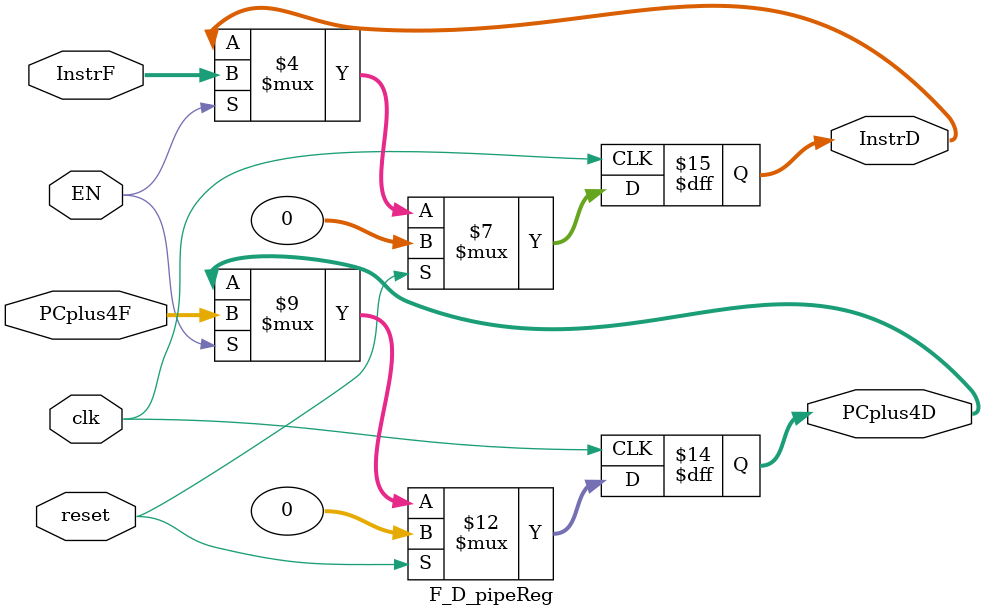
<source format=v>
`timescale 1ns / 1ps
module F_D_pipeReg(
    input [31:0] InstrF,
    input [31:0] PCplus4F,
    output reg [31:0] PCplus4D,
    output reg [31:0] InstrD,
    input clk,
    input reset,
	 input EN
    );
		initial 	begin
			PCplus4D <= 0;
			InstrD <= 0;
		end
		always @(posedge clk)	begin
			if(reset == 1) begin
				PCplus4D <= 0;
				InstrD <= 0;
			end
			else 	begin
				if(EN) begin
					PCplus4D <= PCplus4F;
					InstrD <= InstrF;
				end
			end
		end
endmodule

</source>
